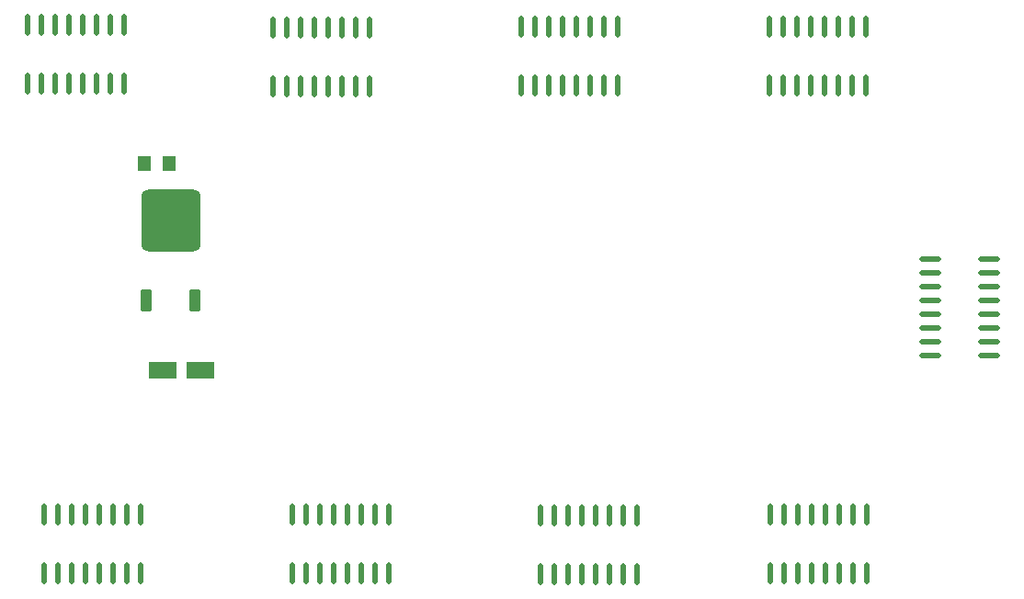
<source format=gtp>
%FSTAX23Y23*%
%MOIN*%
%SFA1B1*%

%IPPOS*%
%AMD21*
4,1,8,0.081200,0.112200,-0.081200,0.112200,-0.108300,0.085100,-0.108300,-0.085100,-0.081200,-0.112200,0.081200,-0.112200,0.108300,-0.085100,0.108300,0.085100,0.081200,0.112200,0.0*
1,1,0.054140,0.081200,0.085100*
1,1,0.054140,-0.081200,0.085100*
1,1,0.054140,-0.081200,-0.085100*
1,1,0.054140,0.081200,-0.085100*
%
%AMD22*
4,1,8,0.014800,0.039400,-0.014800,0.039400,-0.019700,0.034400,-0.019700,-0.034400,-0.014800,-0.039400,0.014800,-0.039400,0.019700,-0.034400,0.019700,0.034400,0.014800,0.039400,0.0*
1,1,0.009840,0.014800,0.034400*
1,1,0.009840,-0.014800,0.034400*
1,1,0.009840,-0.014800,-0.034400*
1,1,0.009840,0.014800,-0.034400*
%
%ADD18O,0.021650X0.078740*%
%ADD19R,0.100390X0.062990*%
%ADD20R,0.050000X0.055000*%
G04~CAMADD=21~8~0.0~0.0~2165.4~2244.1~270.7~0.0~15~0.0~0.0~0.0~0.0~0~0.0~0.0~0.0~0.0~0~0.0~0.0~0.0~0.0~2165.4~2244.1*
%ADD21D21*%
G04~CAMADD=22~8~0.0~0.0~393.7~787.4~49.2~0.0~15~0.0~0.0~0.0~0.0~0~0.0~0.0~0.0~0.0~0~0.0~0.0~0.0~0.0~393.7~787.4*
%ADD22D22*%
%ADD23O,0.078740X0.021650*%
%LNled_v2-1*%
%LPD*%
G54D18*
X0455Y03518D03*
X046D03*
X0465D03*
X047D03*
X0475D03*
X048D03*
X0485D03*
X049D03*
X0455Y03731D03*
X046D03*
X0465D03*
X047D03*
X0475D03*
X048D03*
X0485D03*
X049D03*
X0365Y03518D03*
X037D03*
X0375D03*
X038D03*
X0385D03*
X039D03*
X0395D03*
X04D03*
X0365Y03731D03*
X037D03*
X0375D03*
X038D03*
X0385D03*
X039D03*
X0395D03*
X04D03*
X0275Y03517D03*
X028D03*
X0285D03*
X029D03*
X0295D03*
X03D03*
X0305D03*
X031D03*
X0275Y0373D03*
X028D03*
X0285D03*
X029D03*
X0295D03*
X03D03*
X0305D03*
X031D03*
X0186Y03527D03*
X0191D03*
X0196D03*
X0201D03*
X0206D03*
X0211D03*
X0216D03*
X0221D03*
X0186Y0374D03*
X0191D03*
X0196D03*
X0201D03*
X0206D03*
X0211D03*
X0216D03*
X0221D03*
X04905Y01961D03*
X04855D03*
X04805D03*
X04755D03*
X04705D03*
X04655D03*
X04605D03*
X04555D03*
X04905Y01748D03*
X04855D03*
X04805D03*
X04755D03*
X04705D03*
X04655D03*
X04605D03*
X04555D03*
X0407Y0196D03*
X0402D03*
X0397D03*
X0392D03*
X0387D03*
X0382D03*
X0377D03*
X0372D03*
X0407Y01747D03*
X0402D03*
X0397D03*
X0392D03*
X0387D03*
X0382D03*
X0377D03*
X0372D03*
X0282Y01748D03*
X0287D03*
X0292D03*
X0297D03*
X0302D03*
X0307D03*
X0312D03*
X0317D03*
X0282Y01961D03*
X0287D03*
X0292D03*
X0297D03*
X0302D03*
X0307D03*
X0312D03*
X0317D03*
X0192Y01748D03*
X0197D03*
X0202D03*
X0207D03*
X0212D03*
X0217D03*
X0222D03*
X0227D03*
X0192Y01961D03*
X0197D03*
X0202D03*
X0207D03*
X0212D03*
X0217D03*
X0222D03*
X0227D03*
G54D19*
X02488Y02485D03*
X02351D03*
G54D20*
X02285Y03235D03*
X02375D03*
G54D21*
X0238Y0303D03*
G54D22*
X02469Y02739D03*
X0229D03*
G54D23*
X05346Y0254D03*
Y0259D03*
Y0264D03*
Y0269D03*
Y0274D03*
Y0279D03*
Y0284D03*
Y0289D03*
X05133Y0254D03*
Y0259D03*
Y0264D03*
Y0269D03*
Y0274D03*
Y0279D03*
Y0284D03*
Y0289D03*
M02*
</source>
